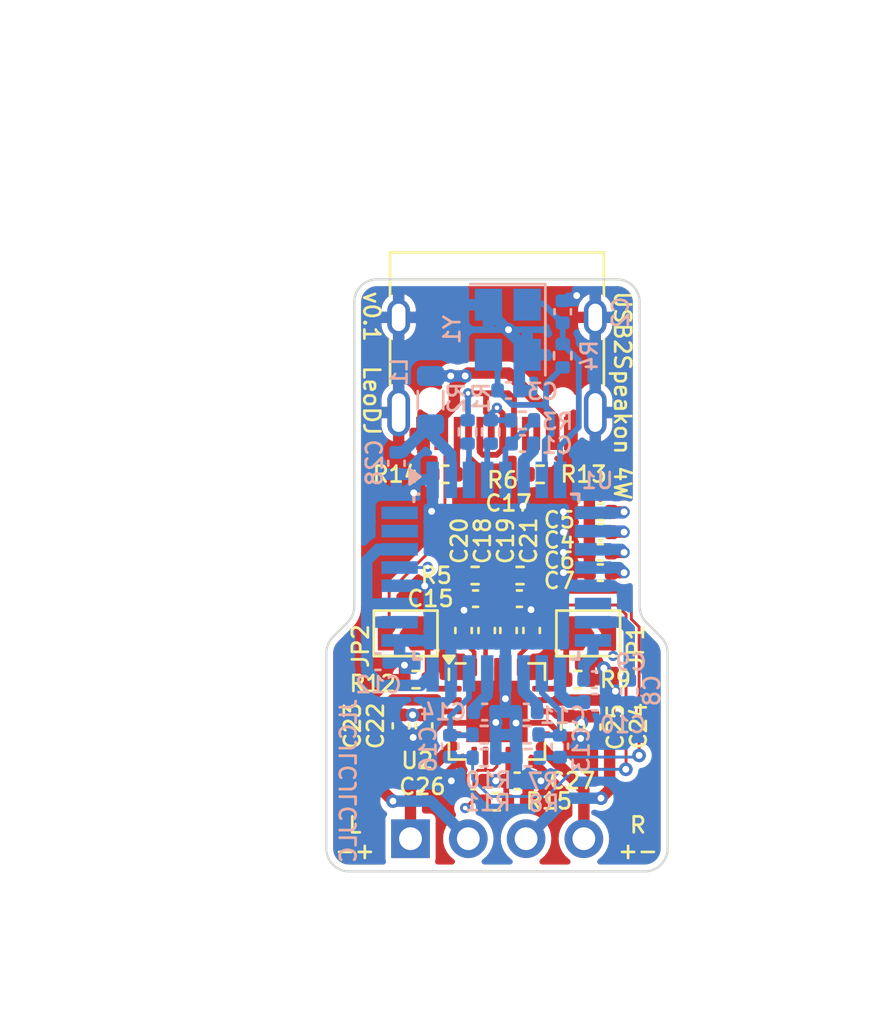
<source format=kicad_pcb>
(kicad_pcb (version 20240108) (generator "pcbnew") (generator_version "8.0")
  (layers (0 "F.Cu" signal) (1 "In1.Cu" signal) (2 "In2.Cu" signal) (31 "B.Cu" signal) (34 "B.Paste" user) (35 "F.Paste" user) (36 "B.SilkS" user "B.Silkscreen") (37 "F.SilkS" user "F.Silkscreen") (38 "B.Mask" user) (39 "F.Mask" user) (44 "Edge.Cuts" user))
  (net 0 "")
  (net 1 "Net-(U1-VDD)")
  (net 2 "GND")
  (net 3 "Net-(U1-XTI)")
  (net 4 "Net-(U1-XTO)")
  (net 5 "Net-(U1-FR)")
  (net 6 "Net-(U1-FL)")
  (net 7 "Net-(U1-VCOM1)")
  (net 8 "Net-(U1-VCOM2)")
  (net 9 "Net-(U1-VCCCA)")
  (net 10 "Net-(U1-VIN)")
  (net 11 "Net-(U1-MBIAS)")
  (net 12 "Net-(U1-VCCL)")
  (net 13 "VCCP")
  (net 14 "Net-(U1-VOUTL)")
  (net 15 "LINE_L")
  (net 16 "Net-(U1-VCCR)")
  (net 17 "Net-(C15-Pad1)")
  (net 18 "LINE_R")
  (net 19 "Net-(U1-VOUTR)")
  (net 20 "Net-(C17-Pad1)")
  (net 21 "Net-(U2-INL+)")
  (net 22 "Net-(U2-INR+)")
  (net 23 "Net-(U2-INL-)")
  (net 24 "Net-(U2-INR-)")
  (net 25 "VBUS")
  (net 27 "Net-(J1-D--PadA7)")
  (net 28 "Net-(J1-CC2)")
  (net 29 "Net-(J1-D+-PadA6)")
  (net 31 "Net-(J1-CC1)")
  (net 32 "Net-(J2-Pin_3)")
  (net 33 "Net-(J2-Pin_1)")
  (net 34 "Net-(J2-Pin_4)")
  (net 35 "Net-(J2-Pin_2)")
  (net 36 "Net-(JP1-A)")
  (net 37 "Net-(JP2-A)")
  (net 38 "Net-(U1-VBUS)")
  (net 39 "Net-(U1-D+)")
  (net 40 "Net-(U1-D-)")
  (net 41 "Net-(U1-~{PLAY})")
  (net 42 "Net-(U1-~{REC})")
  (net 43 "~{SSPND}")
  (footprint "Resistor_SMD:R_0402_1005Metric" (layer "F.Cu") (at 148.3614 103.7336)
    (property "Reference" "R9")
    (property "Value" "33k")
  )
  (footprint "Capacitor_SMD:C_0402_1005Metric" (layer "F.Cu") (at 149.3494 96.3676)
    (property "Reference" "C5")
    (property "Value" "100p")
  )
  (footprint "Capacitor_SMD:C_0402_1005Metric" (layer "F.Cu") (at 145.7934 100.1776)
    (property "Reference" "C17")
    (property "Value" "47n")
  )
  (footprint "Package_DFN_QFN:QFN-20-1EP_4x4mm_P0.5mm_EP2.7x2.7mm" (layer "F.Cu") (at 144.8054 105.1306)
    (property "Reference" "U2")
    (property "Value" "TPA2012D2RTJR")
  )
  (footprint "Capacitor_SMD:C_0402_1005Metric" (layer "F.Cu") (at 140.5838 105.7636 -90)
    (property "Reference" "C22")
    (property "Value" "10u")
  )
  (footprint "Connector_USB:USB_C_Receptacle_HRO_TYPE-C-31-M-12" (layer "F.Cu") (at 144.8054 88.8746 180)
    (property "Reference" "J1" (hide yes))
    (property "Value" "USB_C_Receptacle_USB2.0_16P")
  )
  (footprint "Capacitor_SMD:C_0402_1005Metric" (layer "F.Cu") (at 148.9964 105.8164 -90)
    (property "Reference" "C24")
    (property "Value" "10u")
  )
  (footprint "Capacitor_SMD:C_0402_1005Metric" (layer "F.Cu") (at 143.3374 101.5746 90)
    (property "Reference" "C20")
    (property "Value" "470n")
  )
  (footprint "Capacitor_SMD:C_0402_1005Metric" (layer "F.Cu") (at 144.3534 101.5746 -90)
    (property "Reference" "C18")
    (property "Value" "470n")
  )
  (footprint "Capacitor_SMD:C_0402_1005Metric" (layer "F.Cu") (at 146.3294 101.5746 90)
    (property "Reference" "C21")
    (property "Value" "470n")
  )
  (footprint "Capacitor_SMD:C_0402_1005Metric" (layer "F.Cu") (at 143.8656 100.1776 180)
    (property "Reference" "C15")
    (property "Value" "47n")
  )
  (footprint "Resistor_SMD:R_0402_1005Metric" (layer "F.Cu") (at 144.78 109.093 180)
    (property "Reference" "R15")
    (property "Value" "33k")
  )
  (footprint "Capacitor_SMD:C_0402_1005Metric" (layer "F.Cu") (at 149.3494 97.2566)
    (property "Reference" "C4")
    (property "Value" "100p")
  )
  (footprint "Resistor_SMD:R_0402_1005Metric" (layer "F.Cu") (at 146.7104 94.7166)
    (property "Reference" "R13")
    (property "Value" "5k1")
  )
  (footprint "Resistor_SMD:R_0402_1005Metric" (layer "F.Cu") (at 142.5194 94.7166 180)
    (property "Reference" "R14")
    (property "Value" "5k1")
  )
  (footprint "Capacitor_SMD:C_0402_1005Metric" (layer "F.Cu") (at 147.9804 105.8164 -90)
    (property "Reference" "C25")
    (property "Value" "100n")
  )
  (footprint "Resistor_SMD:R_0402_1005Metric" (layer "F.Cu") (at 145.8214 99.1616 180)
    (property "Reference" "R6")
    (property "Value" "100")
  )
  (footprint "Capacitor_SMD:C_0402_1005Metric" (layer "F.Cu") (at 145.6944 108.1786)
    (property "Reference" "C27")
    (property "Value" "100n")
  )
  (footprint "Capacitor_SMD:C_0402_1005Metric" (layer "F.Cu") (at 143.7894 108.1786 180)
    (property "Reference" "C26")
    (property "Value" "10u")
  )
  (footprint "Jumper:SolderJumper-2_P1.3mm_Open_TrianglePad1.0x1.5mm" (layer "F.Cu") (at 148.8186 101.7016)
    (property "Reference" "JP1")
    (property "Value" "G0")
  )
  (footprint "Capacitor_SMD:C_0402_1005Metric" (layer "F.Cu") (at 145.3134 101.5746 -90)
    (property "Reference" "C19")
    (property "Value" "470n")
  )
  (footprint "Connector_PinHeader_2.54mm:PinHeader_1x04_P2.54mm_Vertical" (layer "F.Cu") (at 141.0054 110.7186 90)
    (property "Reference" "J2" (hide yes))
    (property "Value" "Conn_01x04")
  )
  (footprint "Capacitor_SMD:C_0402_1005Metric" (layer "F.Cu") (at 149.3494 98.1456)
    (property "Reference" "C6")
    (property "Value" "3u3")
  )
  (footprint "Resistor_SMD:R_0402_1005Metric" (layer "F.Cu") (at 143.8454 99.1616)
    (property "Reference" "R5")
    (property "Value" "100")
  )
  (footprint "Capacitor_SMD:C_0402_1005Metric" (layer "F.Cu") (at 141.5998 105.7636 -90)
    (property "Reference" "C23")
    (property "Value" "100n")
  )
  (footprint "Jumper:SolderJumper-2_P1.3mm_Open_TrianglePad1.0x1.5mm" (layer "F.Cu") (at 140.7922 101.7016 180)
    (property "Reference" "JP2")
    (property "Value" "G1")
  )
  (footprint "Resistor_SMD:R_0402_1005Metric" (layer "F.Cu") (at 141.2494 103.7336 180)
    (property "Reference" "R12")
    (property "Value" "33k")
  )
  (footprint "Capacitor_SMD:C_0402_1005Metric" (layer "F.Cu") (at 149.3494 99.0346)
    (property "Reference" "C7")
    (property "Value" "100n")
  )
  (footprint "Resistor_SMD:R_0402_1005Metric" (layer "B.Cu") (at 146.1262 106.1466 180)
    (property "Reference" "R7")
    (property "Value" "33k")
  )
  (footprint "Resistor_SMD:R_0402_1005Metric" (layer "B.Cu") (at 144.2466 106.1466 180)
    (property "Reference" "R10")
    (property "Value" "33k")
  )
  (footprint "Resistor_SMD:R_0402_1005Metric" (layer "B.Cu") (at 143.511982 92.855341 90)
    (property "Reference" "R2")
    (property "Value" "22")
  )
  (footprint "Capacitor_SMD:C_0402_1005Metric" (layer "B.Cu") (at 150.6194 104.2416 90)
    (property "Reference" "C8")
    (property "Value" "1u")
  )
  (footprint "Inductor_SMD:L_0805_2012Metric" (layer "B.Cu") (at 141.8844 91.4611 -90)
    (property "Reference" "L1")
    (property "Value" "1uH / <0.6Ω")
  )
  (footprint "Capacitor_SMD:C_0402_1005Metric" (layer "B.Cu") (at 149.1114 104.7226 180)
    (property "Reference" "C10")
    (property "Value" "3u3")
  )
  (footprint "Resistor_SMD:R_0402_1005Metric" (layer "B.Cu") (at 147.696319 89.5096 90)
    (property "Reference" "R4")
    (property "Value" "1M")
  )
  (footprint "Resistor_SMD:R_0402_1005Metric" (layer "B.Cu") (at 144.2466 107.1626 180)
    (property "Reference" "R11")
    (property "Value" "33k")
  )
  (footprint "Capacitor_SMD:C_0402_1005Metric" (layer "B.Cu") (at 149.0954 103.7336 180)
    (property "Reference" "C9")
    (property "Value" "100n")
  )
  (footprint "Resistor_SMD:R_0402_1005Metric" (layer "B.Cu") (at 146.1744 107.1626 180)
    (property "Reference" "R8")
    (property "Value" "33k")
  )
  (footprint "Package_QFP:TQFP-32_7x7mm_P0.8mm" (layer "B.Cu") (at 144.7774 99.211341 -90)
    (property "Reference" "U1")
    (property "Value" "PCM2912A")
  )
  (footprint "Capacitor_SMD:C_0402_1005Metric" (layer "B.Cu") (at 142.7454 106.6546 90)
    (property "Reference" "C16")
    (property "Value" "10u")
  )
  (footprint "Resistor_SMD:R_0402_1005Metric" (layer "B.Cu") (at 144.527982 92.855341 -90)
    (property "Reference" "R1")
    (property "Value" "22")
  )
  (footprint "Capacitor_SMD:C_0402_1005Metric" (layer "B.Cu") (at 147.696319 87.5792 -90)
    (property "Reference" "C2")
    (property "Value" "8p")
  )
  (footprint "Capacitor_SMD:C_0402_1005Metric" (layer "B.Cu") (at 145.3134 91.0336 180)
    (property "Reference" "C3")
    (property "Value" "8p")
  )
  (footprint "Resistor_SMD:R_0402_1005Metric" (layer "B.Cu") (at 145.924982 92.347341)
    (property "Reference" "R3")
    (property "Value" "1k5")
  )
  (footprint "Capacitor_SMD:C_0402_1005Metric" (layer "B.Cu") (at 144.2668 105.156 180)
    (property "Reference" "C14")
    (property "Value" "1u")
  )
  (footprint "Capacitor_SMD:C_0402_1005Metric" (layer "B.Cu") (at 139.573 102.9462 180)
    (property "Reference" "C12")
    (property "Value" "1u")
  )
  (footprint "Capacitor_SMD:C_0402_1005Metric" (layer "B.Cu") (at 147.5714 106.6546 90)
    (property "Reference" "C13")
    (property "Value" "10u")
  )
  (footprint "Crystal:Crystal_SMD_3225-4Pin_3.2x2.5mm" (layer "B.Cu") (at 145.283319 88.3666 -90)
    (property "Reference" "Y1")
    (property "Value" "6 MHz")
  )
  (footprint "Capacitor_SMD:C_0402_1005Metric" (layer "B.Cu") (at 145.926982 93.363341 180)
    (property "Reference" "C1")
    (property "Value" "1u")
  )
  (footprint "Capacitor_SMD:C_0402_1005Metric" (layer "B.Cu") (at 146.0956 105.156)
    (property "Reference" "C11")
    (property "Value" "1u")
  )
  (footprint "Capacitor_SMD:C_0402_1005Metric" (layer "B.Cu") (at 140.3858 94.234 -90)
    (property "Reference" "C28")
    (property "Value" "1u")
  )
  (gr_line (start 152.012507 101.860708) (end 151.369894 101.218095) (stroke (width 0.1)) (layer "Edge.Cuts"))
  (gr_line (start 138.236738 101.222261) (end 137.598292 101.860707) (stroke (width 0.1)) (layer "Edge.Cuts"))
  (gr_arc (start 138.533795 87.153555) (mid 138.826675 86.446481) (end 139.533749 86.1536) (stroke (width 0.1)) (layer "Edge.Cuts"))
  (gr_arc (start 152.012507 101.860708) (mid 152.229279 102.185129) (end 152.305399 102.56781) (stroke (width 0.1)) (layer "Edge.Cuts"))
  (gr_arc (start 137.305399 102.567745) (mid 137.381521 102.185094) (end 137.598292 101.860707) (stroke (width 0.1)) (layer "Edge.Cuts"))
  (gr_line (start 152.305399 111.153601) (end 152.305399 102.56781) (stroke (width 0.1)) (layer "Edge.Cuts"))
  (gr_arc (start 151.369894 101.218095) (mid 151.153123 100.893674) (end 151.077003 100.510993) (stroke (width 0.1)) (layer "Edge.Cuts"))
  (gr_line (start 138.305399 112.1536) (end 151.305401 112.1536) (stroke (width 0.1)) (layer "Edge.Cuts"))
  (gr_arc (start 138.533795 100.510935) (mid 138.456547 100.896365) (end 138.236738 101.222261) (stroke (width 0.1)) (layer "Edge.Cuts"))
  (gr_arc (start 150.077004 86.1536) (mid 150.78411 86.446493) (end 151.077003 87.153598) (stroke (width 0.1)) (layer "Edge.Cuts"))
  (gr_line (start 151.077003 100.510993) (end 151.077003 87.153598) (stroke (width 0.1)) (layer "Edge.Cuts"))
  (gr_arc (start 138.305399 112.1536) (mid 137.595829 111.858246) (end 137.305399 111.146647) (stroke (width 0.1)) (layer "Edge.Cuts"))
  (gr_line (start 137.305399 111.146647) (end 137.305399 102.567745) (stroke (width 0.1)) (layer "Edge.Cuts"))
  (gr_line (start 150.077004 86.1536) (end 139.533749 86.1536) (stroke (width 0.1)) (layer "Edge.Cuts"))
  (gr_line (start 138.533795 87.153555) (end 138.533795 100.510935) (stroke (width 0.1)) (layer "Edge.Cuts"))
  (gr_arc (start 152.305399 111.153601) (mid 152.012506 111.860707) (end 151.305401 112.1536) (stroke (width 0.1)) (layer "Edge.Cuts"))
  (gr_text "JLCJLCJLCJLC" (at 138.684 104.4956 90) (layer "B.SilkS") (effects (font (size 0.7 0.7) (thickness 0.12) (bold yes)) (justify left bottom mirror)))
  (gr_text "v0.1  LeoDJ" (at 138.8872 86.614 270) (layer "F.SilkS") (effects (font (size 0.7 0.7) (thickness 0.12) (bold yes)) (justify left bottom)))
  (gr_text "L\n-+" (at 138.563518 111.65719 0) (layer "F.SilkS") (effects (font (size 0.7 0.7) (thickness 0.12) (bold yes)) (justify bottom)))
  (gr_text "USB2Speakon 4W" (at 149.9108 86.614 -90) (layer "F.SilkS") (effects (font (size 0.7 0.7) (thickness 0.12) (bold yes)) (justify left bottom)))
  (gr_text "R\n+-" (at 151.003 111.6584 0) (layer "F.SilkS") (effects (font (size 0.7 0.7) (thickness 0.12) (bold yes)) (justify bottom)))
  (segment (start 145.446982 93.363341) (end 145.446982 93.335341) (width 0.254) (layer "B.Cu") (net 1))
  (segment (start 145.1774 94.961341) (end 145.1774 93.632923) (width 0.254) (layer "B.Cu") (net 1))
  (segment (start 145.446982 93.335341) (end 146.434982 92.347341) (width 0.254) (layer "B.Cu") (net 1))
  (segment (start 145.1774 93.632923) (end 145.446982 93.363341) (width 0.254) (layer "B.Cu") (net 1))
  (segment (start 144.8054 103.1806) (end 144.8054 105.1306) (width 0.254) (layer "F.Cu") (net 2))
  (segment (start 148.0554 93.8816) (end 148.0554 92.9196) (width 0.5) (layer "F.Cu") (net 2))
  (segment (start 143.3856 100.1776) (end 143.3856 100.6576) (width 0.5) (layer "F.Cu") (net 2))
  (segment (start 141.1524 106.2436) (end 141.5998 106.2436) (width 0.5) (layer "F.Cu") (net 2))
  (segment (start 146.7554 105.6306) (end 145.6516 105.6306) (width 0.254) (layer "F.Cu") (net 2))
  (segment (start 143.3374 101.0946) (end 143.3374 100.7058) (width 0.5) (layer "F.Cu") (net 2))
  (segment (start 148.8694 97.2566) (end 147.7264 97.2566) (width 0.5) (layer "F.Cu") (net 2))
  (segment (start 147.2204 94.7166) (end 148.0554 93.8816) (width 0.5) (layer "F.Cu") (net 2))
  (segment (start 141.5554 94.2626) (end 141.5554 92.9196) (width 0.5) (layer "F.Cu") (net 2))
  (segment (start 149.5044 103.2256) (end 149.5044 103.6066) (width 0.5) (layer "F.Cu") (net 2))
  (segment (start 145.6436 105.6386) (end 145.6356 105.6306) (width 0.254) (layer "F.Cu") (net 2))
  (segment (start 147.7606 106.2964) (end 147.9804 106.2964) (width 0.254) (layer "F.Cu") (net 2))
  (segment (start 140.5838 106.2436) (end 141.0924 106.2436) (width 0.5) (layer "F.Cu") (net 2))
  (segment (start 148.48322 106.316538) (end 148.503358 106.2964) (width 0.5) (layer "F.Cu") (net 2))
  (segment (start 148.8694 96.3676) (end 147.7264 96.3676) (width 0.5) (layer "F.Cu") (net 2))
  (segment (start 140.7394 103.1006) (end 140.7414 103.0986) (width 0.254) (layer "F.Cu") (net 2))
  (segment (start 147.0948 105.6306) (end 147.7606 106.2964) (width 0.254) (layer "F.Cu") (net 2))
  (segment (start 148.48322 106.316538) (end 148.463082 106.2964) (width 0.5) (layer "F.Cu") (net 2))
  (segment (start 146.2734 100.1776) (end 146.2734 100.6296) (width 0.5) (layer "F.Cu") (net 2))
  (segment (start 148.8694 98.1456) (end 147.7264 98.1456) (width 0.5) (layer "F.Cu") (net 2))
  (segment (start 143.3856 100.6576) (end 143.3576 100.6856) (width 0.5) (layer "F.Cu") (net 2))
  (segment (start 142.0094 94.7166) (end 141.5554 94.2626) (width 0.5) (layer "F.Cu") (net 2))
  (segment (start 145.3054 105.6306) (end 144.8054 105.1306) (width 0.254) (layer "F.Cu") (net 2))
  (segment (start 148.503358 106.2964) (end 148.9964 106.2964) (width 0.5) (layer "F.Cu") (net 2))
  (segment (start 143.3374 100.7058) (end 143.3576 100.6856) (width 0.5) (layer "F.Cu") (net 2))
  (segment (start 148.8694 99.0346) (end 148.8694 96.3676) (width 0.5) (layer "F.Cu") (net 2))
  (segment (start 143.3094 108.1786) (end 142.8014 108.1786) (width 0.5) (layer "F.Cu") (net 2))
  (segment (start 148.463082 106.2964) (end 147.9804 106.2964) (width 0.5) (layer "F.Cu") (net 2))
  (segment (start 145.6356 105.6306) (end 145.3054 105.6306) (width 0.254) (layer "F.Cu") (net 2))
  (segment (start 146.3294 101.0946) (end 146.3294 100.6856) (width 0.5) (layer "F.Cu") (net 2))
  (segment (start 144.3054 105.6306) (end 144.8054 105.1306) (width 0.254) (layer "F.Cu") (net 2))
  (segment (start 148.8694 99.0346) (end 147.7264 99.0346) (width 0.5) (layer "F.Cu") (net 2))
  (segment (start 146.3294 100.6856) (end 146.304 100.6602) (width 0.5) (layer "F.Cu") (net 2))
  (segment (start 141.1224 106.2736) (end 141.1524 106.2436) (width 0.5) (layer "F.Cu") (net 2))
  (segment (start 142.8554 105.6306) (end 142.4004 105.6306) (width 0.254) (layer "F.Cu") (net 2))
  (segment (start 149.3774 103.7336) (end 148.8714 103.7336) (width 0.5) (layer "F.Cu") (net 2))
  (segment (start 149.5044 103.6066) (end 149.3774 103.7336) (width 0.5) (layer "F.Cu") (net 2))
  (segment (start 141.0924 106.2436) (end 141.1224 106.2736) (width 0.5) (layer "F.Cu") (net 2))
  (segment (start 146.2734 100.6296) (end 146.304 100.6602) (width 0.5) (layer "F.Cu") (net 2))
  (segment (start 146.1744 108.1786) (end 146.7384 108.1786) (width 0.5) (layer "F.Cu") (net 2))
  (segment (start 142.8554 105.6306) (end 144.3054 105.6306) (width 0.254) (layer "F.Cu") (net 2))
  (segment (start 142.4004 105.6306) (end 141.7874 106.2436) (width 0.254) (layer "F.Cu") (net 2))
  (segment (start 141.7874 106.2436) (end 141.5998 106.2436) (width 0.254) (layer "F.Cu") (net 2))
  (segment (start 145.6516 105.6306) (end 145.6436 105.6386) (width 0.254) (layer "F.Cu") (net 2))
  (segment (start 146.7554 105.6306) (end 147.0948 105.6306) (width 0.254) (layer "F.Cu") (net 2))
  (segment (start 140.7394 103.7336) (end 140.7394 103.1006) (width 0.254) (layer "F.Cu") (net 2))
  (via (at 148.3106 86.868) (size 0.6) (drill 0.3) (layers "F.Cu" "B.Cu") (net 2))
  (via (at 145.9484 96.1136) (size 0.5) (drill 0.3) (layers "F.Cu" "B.Cu") (net 2))
  (via (at 147.7264 97.2566) (size 0.5) (drill 0.3) (layers "F.Cu" "B.Cu") (net 2))
  (via (at 146.304 100.6602) (size 0.6) (drill 0.3) (layers "F.Cu" "B.Cu") (net 2))
  (via (at 143.3576 100.6856) (size 0.6) (drill 0.3) (layers "F.Cu" "B.Cu") (net 2))
  (via (at 142.8014 108.1786) (size 0.6) (drill 0.3) (layers "F.Cu" "B.Cu") (net 2))
  (via (at 141.1478 95.5294) (size 0.6) (drill 0.3) (layers "F.Cu" "B.Cu") (net 2))
  (via (at 147.7264 99.0346) (size 0.5) (drill 0.3) (layers "F.Cu" "B.Cu") (net 2))
  (via (at 141.9352 96.3422) (size 0.6) (drill 0.3) (layers "F.Cu" "B.Cu") (net 2))
  (via (at 149.5044 103.2256) (size 0.6) (drill 0.3) (layers "F.Cu" "B.Cu") (net 2))
  (via (at 141.6304 99.6188) (size 0.5) (drill 0.3) (layers "F.Cu" "B.Cu") (net 2))
  (via (at 140.7414 103.0986) (size 0.5) (drill 0.3) (layers "F.Cu" "B.Cu") (net 2))
  (via (at 145.1774 104.5718) (size 0.5) (drill 0.3) (layers "F.Cu" "B.Cu") (net 2))
  (via (at 141.1224 106.2736) (size 0.6) (drill 0.3) (layers "F.Cu" "B.Cu") (net 2))
  (via (at 145.3134 88.3666) (size 0.6) (drill 0.3) (layers "F.Cu" "B.Cu") (net 2))
  (via (at 147.7264 98.1456) (size 0.5) (drill 0.3) (layers "F.Cu" "B.Cu") (net 2))
  (via (at 145.6436 105.6386) (size 0.6) (drill 0.3) (layers "F.Cu" "B.Cu") (net 2))
  (via (at 144.7546 105.6132) (size 0.6) (drill 0.3) (layers "F.Cu" "B.Cu") (net 2))
  (via (at 150.0124 104.2416) (size 0.6) (drill 0.3) (layers "F.Cu" "B.Cu") (net 2))
  (via (at 146.7384 108.1786) (size 0.6) (drill 0.3) (layers "F.Cu" "B.Cu") (net 2))
  (via (at 148.48322 106.316538) (size 0.6) (drill 0.3) (layers "F.Cu" "B.Cu") (net 2))
  (via (at 147.7264 96.3676) (size 0.5) (drill 0.3) (layers "F.Cu" "B.Cu") (net 2))
  (segment (start 145.9774 96.0846) (end 145.9484 96.1136) (width 0.5) (layer "B.Cu") (net 2))
  (segment (start 149.0274 99.611341) (end 148.0746 99.611341) (width 0.5) (layer "B.Cu") (net 2))
  (segment (start 140.5274 102.8846) (end 140.7414 103.0986) (width 0.5) (layer "B.Cu") (net 2))
  (segment (start 147.7264 99.263141) (end 147.7264 99.0346) (width 0.5) (layer "B.Cu") (net 2))
  (segment (start 140.5274 102.8046) (end 140.5274 102.011341) (width 0.5) (layer "B.Cu") (net 2))
  (segment (start 149.5914 103.7496) (end 149.5754 103.7336) (width 0.5) (layer "B.Cu") (net 2))
  (segment (start 149.5914 104.7226) (end 149.5914 103.7496) (width 0.5) (layer "B.Cu") (net 2))
  (segment (start 146.133319 89.2444) (end 146.133319 89.4666) (width 0.5) (layer "B.Cu") (net 2))
  (segment (start 144.7468 105.156) (end 145.143 105.156) (width 0.5) (layer "B.Cu") (net 2))
  (segment (start 150.6184 104.7226) (end 150.0124 104.7226) (width 0.5) (layer "B.Cu") (net 2))
  (segment (start 145.255519 88.3666) (end 145.3134 88.3666) (width 0.5) (layer "B.Cu") (net 2))
  (segment (start 144.7566 105.6112) (end 144.7566 105.1658) (width 0.5) (layer "B.Cu") (net 2))
  (segment (start 145.1774 104.5718) (end 145.1774 105.1216) (width 0.5) (layer "B.Cu") (net 2))
  (segment (start 140.053 102.9462) (end 140.3858 102.9462) (width 0.5) (layer "B.Cu") (net 2))
  (segment (start 144.7566 107.1626) (end 144.7566 105.6152) (width 0.5) (layer "B.Cu") (net 2))
  (segment (start 140.5274 102.011341) (end 140.5274 102.8846) (width 0.5) (layer "B.Cu") (net 2))
  (segment (start 145.6644 105.2048) (end 145.6156 105.156) (width 0.5) (layer "B.Cu") (net 2))
  (segment (start 144.433319 87.5444) (end 145.255519 88.3666) (width 0.5) (layer "B.Cu") (net 2))
  (segment (start 145.2118 105.156) (end 145.6156 105.156) (width 0.5) (layer "B.Cu") (net 2))
  (segment (start 149.5914 104.7226) (end 150.6184 104.7226) (width 0.5) (layer "B.Cu") (net 2))
  (segment (start 149.5754 103.7336) (end 149.5754 103.2966) (width 0.5) (layer "B.Cu") (net 2))
  (segment (start 147.927519 86.868) (end 147.696319 87.0992) (width 0.254) (layer "B.Cu") (net 2))
  (segment (start 144.7566 105.6152) (end 144.7546 105.6132) (width 0.5) (layer "B.Cu") (net 2))
  (segment (start 145.143 105.156) (end 145.1774 105.1216) (width 0.5) (layer "B.Cu") (net 2))
  (segment (start 141.622941 99.611341) (end 140.5274 99.611341) (width 0.254) (layer "B.Cu") (net 2))
  (segment (start 140.3858 102.9462) (end 140.5274 102.8046) (width 0.5) (layer "B.Cu") (net 2))
  (segment (start 148.3106 86.868) (end 147.927519 86.868) (width 0.254) (layer "B.Cu") (net 2))
  (segment (start 141.6304 99.6188) (end 141.622941 99.611341) (width 0.254) (layer "B.Cu") (net 2))
  (segment (start 145.7934 91.0336) (end 145.7934 89.806519) (width 0.5) (layer "B.Cu") (net 2))
  (segment (start 145.1774 105.1216) (end 145.2118 105.156) (width 0.5) (layer "B.Cu") (net 2))
  (segment (start 145.6644 107.1626) (end 145.6644 105.2048) (width 0.5) (layer "B.Cu") (net 2))
  (segment (start 144.7546 105.6132) (end 144.7566 105.6112) (width 0.5) (layer "B.Cu") (net 2))
  (segment (start 145.7934 89.806519) (end 146.133319 89.4666) (width 0.5) (layer "B.Cu") (net 2))
  (segment (start 150.6184 104.7226) (end 150.6194 104.7216) (width 0.5) (layer "B.Cu") (net 2))
  (segment (start 144.433319 87.2666) (end 144.433319 87.5444) (width 0.5) (layer "B.Cu") (net 2))
  (segment (start 145.9774 94.102922) (end 145.9774 94.961341) (width 0.5) (layer "B.Cu") (net 2))
  (segment (start 146.406982 93.363341) (end 146.406982 93.67334) (width 0.5) (layer "B.Cu") (net 2))
  (segment (start 150.0124 104.7226) (end 150.0124 104.2416) (width 0.5) (layer "B.Cu") (net 2))
  (segment (start 145.3134 88.424481) (end 146.133319 89.2444) (width 0.5) (layer "B.Cu") (net 2))
  (segment (start 145.9774 94.961341) (end 145.9774 96.0846) (width 0.5) (layer "B.Cu") (net 2))
  (segment (start 146.406982 93.67334) (end 145.9774 94.102922) (width 0.5) (layer "B.Cu") (net 2))
  (segment (start 144.7566 105.1658) (end 144.7468 105.156) (width 0.5) (layer "B.Cu") (net 2))
  (segment (start 148.0746 99.611341) (end 147.7264 99.263141) (width 0.5) (layer "B.Cu") (net 2))
  (segment (start 149.5754 103.2966) (end 149.5044 103.2256) (width 0.5) (layer "B.Cu") (net 2))
  (segment (start 145.1774 103.461341) (end 145.1774 104.5718) (width 0.5) (layer "B.Cu") (net 2))
  (segment (start 145.3134 88.3666) (end 145.3134 88.424481) (width 0.5) (layer "B.Cu") (net 2))
  (segment (start 146.176319 87.2236) (end 146.133319 87.2666) (width 0.254) (layer "B.Cu") (net 3))
  (segment (start 148.4014 89.704681) (end 148.4014 92.6446) (width 0.254) (layer "B.Cu") (net 3))
  (segment (start 147.5774 93.4686) (end 147.5774 94.961341) (width 0.254) (layer "B.Cu") (net 3))
  (segment (start 147.673 88.0592) (end 146.8374 87.2236) (width 0.254) (layer "B.Cu") (net 3))
  (segment (start 148.4014 92.6446) (end 147.5774 93.4686) (width 0.254) (layer "B.Cu") (net 3))
  (segment (start 147.696319 88.9996) (end 148.4014 89.704681) (width 0.254) (layer "B.Cu") (net 3))
  (segment (start 147.696319 88.9996) (end 147.696319 88.0592) (width 0.254) (layer "B.Cu") (net 3))
  (segment (start 146.8374 87.2236) (end 146.176319 87.2236) (width 0.254) (layer "B.Cu") (net 3))
  (segment (start 147.696319 88.0592) (end 147.673 88.0592) (width 0.254) (layer "B.Cu") (net 3))
  (segment (start 144.8334 91.0336) (end 144.8334 89.866681) (width 0.254) (layer "B.Cu") (net 4))
  (segment (start 147.2184 92.0496) (end 146.9644 91.7956) (width 0.254) (layer "B.Cu") (net 4))
  (segment (start 144.8334 89.866681) (end 144.433319 89.4666) (width 0.254) (layer "B.Cu") (net 4))
  (segment (start 146.902882 93.254118) (end 147.2184 92.9386) (width 0.254) (layer "B.Cu") (net 4))
  (segment (start 146.7774 94.961341) (end 146.902882 94.835859) (width 0.254) (layer "B.Cu") (net 4))
  (segment (start 146.9644 90.751519) (end 147.696319 90.0196) (width 0.254) (layer "B.Cu") (net 4))
  (segment (start 146.9644 91.7956) (end 146.9644 91.4146) (width 0.254) (layer "B.Cu") (net 4))
  (segment (start 146.8374 91.6686) (end 146.9644 91.5416) (width 0.254) (layer "B.Cu") (net 4))
  (segment (start 147.2184 92.9386) (end 147.2184 92.0496) (width 0.254) (layer "B.Cu") (net 4))
  (segment (start 144.8334 91.0336) (end 145.4684 91.6686) (width 0.254) (layer "B.Cu") (net 4))
  (segment (start 146.902882 94.835859) (end 146.902882 93.254118) (width 0.254) (layer "B.Cu") (net 4))
  (segment (start 146.9644 91.4146) (end 146.9644 90.751519) (width 0.254) (layer "B.Cu") (net 4))
  (segment (start 145.4684 91.6686) (end 146.8374 91.6686) (width 0.254) (layer "B.Cu") (net 4))
  (segment (start 149.8294 97.2566) (end 150.3934 97.2566) (width 0.5) (layer "F.Cu") (net 5))
  (via (at 150.3934 97.2566) (size 0.5) (drill 0.3) (layers "F.Cu" "B.Cu") (net 5))
  (segment (start 150.348141 97.211341) (end 150.3934 97.2566) (width 0.5) (layer "B.Cu") (net 5))
  (segment (start 149.0274 97.211341) (end 150.348141 97.211341) (width 0.5) (layer "B.Cu") (net 5))
  (segment (start 149.8294 96.3676) (end 150.3934 96.3676) (width 0.5) (layer "F.Cu") (net 6))
  (via (at 150.3934 96.3676) (size 0.5) (drill 0.3) (layers "F.Cu" "B.Cu") (net 6))
  (segment (start 149.0274 96.411341) (end 150.349659 96.411341) (width 0.5) (layer "B.Cu") (net 6))
  (segment (start 150.349659 96.411341) (end 150.3934 96.3676) (width 0.5) (layer "B.Cu") (net 6))
  (segment (start 149.8294 98.1456) (end 150.3934 98.1456) (width 0.5) (layer "F.Cu") (net 7))
  (via (at 150.3934 98.1456) (size 0.5) (drill 0.3) (layers "F.Cu" "B.Cu") (net 7))
  (segment (start 149.0274 98.011341) (end 150.259141 98.011341) (width 0.5) (layer "B.Cu") (net 7))
  (segment (start 150.259141 98.011341) (end 150.3934 98.1456) (width 0.5) (layer "B.Cu") (net 7))
  (segment (start 149.8294 99.0346) (end 150.3934 99.0346) (width 0.5) (layer "F.Cu") (net 8))
  (via (at 150.3934 99.0346) (size 0.5) (drill 0.3) (layers "F.Cu" "B.Cu") (net 8))
  (segment (start 150.170141 98.811341) (end 150.3934 99.0346) (width 0.5) (layer "B.Cu") (net 8))
  (segment (start 149.0274 98.811341) (end 150.170141 98.811341) (width 0.5) (layer "B.Cu") (net 8))
  (segment (start 150.6194 103.7616) (end 150.6194 101.503341) (width 0.5) (layer "B.Cu") (net 9))
  (segment (start 150.6194 101.503341) (end 150.3274 101.211341) (width 0.5) (layer "B.Cu") (net 9))
  (segment (start 150.3274 101.211341) (end 149.0274 101.211341) (width 0.5) (layer "B.Cu") (net 9))
  (segment (start 149.0274 102.011341) (end 149.0274 102.6866) (width 0.5) (layer "B.Cu") (net 10))
  (segment (start 148.6154 103.0986) (end 148.6154 103.7336) (width 0.5) (layer "B.Cu") (net 10))
  (segment (start 149.0274 102.6866) (end 148.6154 103.0986) (width 0.5) (layer "B.Cu") (net 10))
  (segment (start 147.5774 104.3466) (end 147.5774 103.461341) (width 0.5) (layer "B.Cu") (net 11))
  (segment (start 148.6314 104.7226) (end 147.9534 104.7226) (width 0.5) (layer "B.Cu") (net 11))
  (segment (start 147.9534 104.7226) (end 147.5774 104.3466) (width 0.5) (layer "B.Cu") (net 11))
  (segment (start 145.9774 104.247801) (end 146.5756 104.846001) (width 0.5) (layer "B.Cu") (net 12))
  (segment (start 146.5756 104.846001) (end 146.5756 105.156) (width 0.5) (layer "B.Cu") (net 12))
  (segment (start 145.9774 103.461341) (end 145.9774 104.247801) (width 0.5) (layer "B.Cu") (net 12))
  (segment (start 140.5274 98.011341) (end 139.5746 98.011341) (width 0.5) (layer "B.Cu") (net 13))
  (segment (start 141.451141 103.9876) (end 141.9774 103.461341) (width 0.5) (layer "B.Cu") (net 13))
  (segment (start 139.227659 101.211341) (end 140.5274 101.211341) (width 0.5) (layer "B.Cu") (net 13))
  (segment (start 139.083796 100.554945) (end 139.083796 102.936996) (width 0.5) (layer "B.Cu") (net 13))
  (segment (start 140.5274 100.411341) (end 139.2274 100.411341) (width 0.5) (layer "B.Cu") (net 13))
  (segment (start 139.083796 98.502145) (end 139.083796 100.554945) (width 0.5) (layer "B.Cu") (net 13))
  (segment (start 139.093 103.357799) (end 139.722801 103.9876) (width 0.5) (layer "B.Cu") (net 13))
  (segment (start 139.5746 98.011341) (end 139.083796 98.502145) (width 0.5) (layer "B.Cu") (net 13))
  (segment (start 139.722801 103.9876) (end 141.451141 103.9876) (width 0.5) (layer "B.Cu") (net 13))
  (segment (start 139.093 102.9462) (end 139.093 103.357799) (width 0.5) (layer "B.Cu") (net 13))
  (segment (start 139.083796 102.936996) (end 139.093 102.9462) (width 0.5) (layer "B.Cu") (net 13))
  (segment (start 139.2274 100.411341) (end 139.083796 100.554945) (width 0.5) (layer "B.Cu") (net 13))
  (segment (start 146.7774 103.461341) (end 146.7774 104.3086) (width 0.254) (layer "B.Cu") (net 14))
  (segment (start 147.5714 106.1746) (end 146.6642 106.1746) (width 0.254) (layer "B.Cu") (net 14))
  (segment (start 147.5714 105.1026) (end 147.5714 106.1746) (width 0.254) (layer "B.Cu") (net 14))
  (segment (start 146.6642 106.1746) (end 146.6362 106.1466) (width 0.254) (layer "B.Cu") (net 14))
  (segment (start 146.7774 104.3086) (end 147.5714 105.1026) (width 0.254) (layer "B.Cu") (net 14))
  (segment (start 147.928855 99.8982) (end 146.531855 98.5012) (width 0.127) (layer "F.Cu") (net 15))
  (segment (start 150.713504 101.07577) (end 150.713504 100.243704) (width 0.127) (layer "F.Cu") (net 15))
  (segment (start 150.713504 100.243704) (end 150.368 99.8982) (width 0.127) (layer "F.Cu") (net 15))
  (segment (start 143.9958 98.5012) (end 143.3354 99.1616) (width 0.127) (layer "F.Cu") (net 15))
  (segment (start 151.0538 101.416066) (end 150.713504 101.07577) (width 0.127) (layer "F.Cu") (net 15))
  (segment (start 150.368 99.8982) (end 147.928855 99.8982) (width 0.127) (layer "F.Cu") (net 15))
  (segment (start 151.0538 107.061) (end 151.0538 101.416066) (width 0.127) (layer "F.Cu") (net 15))
  (segment (start 146.531855 98.5012) (end 143.9958 98.5012) (width 0.127) (layer "F.Cu") (net 15))
  (via (at 151.0538 107.061) (size 0.6) (drill 0.3) (layers "F.Cu" "B.Cu") (net 15))
  (segment (start 146.6844 107.1626) (end 147.5434 107.1626) (width 0.254) (layer "B.Cu") (net 15))
  (segment (start 151.0538 107.061) (end 150.9802 107.1346) (width 0.127) (layer "B.Cu") (net 15))
  (segment (start 150.9802 107.1346) (end 147.5714 107.1346) (width 0.127) (layer "B.Cu") (net 15))
  (segment (start 147.5434 107.1626) (end 147.5714 107.1346) (width 0.254) (layer "B.Cu") (net 15))
  (segment (start 143.7868 105.004741) (end 143.7868 105.156) (width 0.5) (layer "B.Cu") (net 16))
  (segment (start 144.3774 104.414141) (end 143.7868 105.004741) (width 0.5) (layer "B.Cu") (net 16))
  (segment (start 144.3774 103.461341) (end 144.3774 104.414141) (width 0.5) (layer "B.Cu") (net 16))
  (segment (start 144.3534 101.0946) (end 144.3534 99.1636) (width 0.254) (layer "F.Cu") (net 17))
  (segment (start 144.3534 99.1636) (end 144.3554 99.1616) (width 0.254) (layer "F.Cu") (net 17))
  (segment (start 146.3314 99.189) (end 146.3314 99.1616) (width 0.127) (layer "F.Cu") (net 18))
  (segment (start 150.4799 100.8737) (end 150.0632 100.457) (width 0.127) (layer "F.Cu") (net 18))
  (segment (start 150.4696 107.6706) (end 150.4799 107.6603) (width 0.127) (layer "F.Cu") (net 18))
  (segment (start 150.0632 100.457) (end 147.5994 100.457) (width 0.127) (layer "F.Cu") (net 18))
  (segment (start 150.4799 107.6603) (end 150.4799 100.8737) (width 0.127) (layer "F.Cu") (net 18))
  (segment (start 147.5994 100.457) (end 146.3314 99.189) (width 0.127) (layer "F.Cu") (net 18))
  (via (at 150.4696 107.6706) (size 0.6) (drill 0.3) (layers "F.Cu" "B.Cu") (net 18))
  (segment (start 144.5006 108.8644) (end 143.7366 108.1004) (width 0.127) (layer "B.Cu") (net 18))
  (segment (start 142.7454 107.1346) (end 143.7086 107.1346) (width 0.254) (layer "B.Cu") (net 18))
  (segment (start 143.7086 107.1346) (end 143.7366 107.1626) (width 0.254) (layer "B.Cu") (net 18))
  (segment (start 148.1963 107.6706) (end 147.0025 108.8644) (width 0.127) (layer "B.Cu") (net 18))
  (segment (start 143.7366 108.1004) (end 143.7366 107.1626) (width 0.127) (layer "B.Cu") (net 18))
  (segment (start 150.4696 107.6706) (end 148.1963 107.6706) (width 0.127) (layer "B.Cu") (net 18))
  (segment (start 147.0025 108.8644) (end 144.5006 108.8644) (width 0.127) (layer "B.Cu") (net 18))
  (segment (start 143.5774 104.515341) (end 142.7454 105.347341) (width 0.254) (layer "B.Cu") (net 19))
  (segment (start 142.7454 105.347341) (end 142.7454 106.1746) (width 0.254) (layer "B.Cu") (net 19))
  (segment (start 143.7086 106.1746) (end 143.7366 106.1466) (width 0.254) (layer "B.Cu") (net 19))
  (segment (start 142.7454 106.1746) (end 143.7086 106.1746) (width 0.254) (layer "B.Cu") (net 19))
  (segment (start 143.5774 103.461341) (end 143.5774 104.515341) (width 0.254) (layer "B.Cu") (net 19))
  (segment (start 145.3134 99.1636) (end 145.3114 99.1616) (width 0.254) (layer "F.Cu") (net 20))
  (segment (start 145.3134 101.0946) (end 145.3134 99.1636) (width 0.254) (layer "F.Cu") (net 20))
  (segment (start 143.8054 102.5226) (end 143.3374 102.0546) (width 0.2) (layer "F.Cu") (net 21))
  (segment (start 143.8054 103.1806) (end 143.8054 102.5226) (width 0.2) (layer "F.Cu") (net 21))
  (segment (start 145.8054 102.6346) (end 146.3854 102.0546) (width 0.2) (layer "F.Cu") (net 22))
  (segment (start 145.8054 103.1806) (end 145.8054 102.6346) (width 0.2) (layer "F.Cu") (net 22))
  (segment (start 144.3054 103.1806) (end 144.3054 102.1026) (width 0.2) (layer "F.Cu") (net 23))
  (segment (start 144.3054 102.1026) (end 144.3534 102.0546) (width 0.2) (layer "F.Cu") (net 23))
  (segment (start 145.3054 103.1806) (end 145.3054 102.1186) (width 0.2) (layer "F.Cu") (net 24))
  (segment (start 145.2494 102.1186) (end 145.3134 102.0546) (width 0.2) (layer "F.Cu") (net 24))
  (segment (start 145.3054 108.0876) (end 145.2144 108.1786) (width 0.254) (layer "F.Cu") (net 25))
  (segment (start 145.2144 108.1786) (end 145.2144 109.0174) (width 0.254) (layer "F.Cu") (net 25))
  (segment (start 149.9108 102.6922) (end 149.9108 102.0688) (width 0.127) (layer "F.Cu") (net 25))
  (segment (start 149.9108 102.0688) (end 149.5436 101.7016) (width 0.127) (layer "F.Cu") (net 25))
  (segment (start 146.7554 105.1306) (end 147.2184 105.1306) (width 0.254) (layer "F.Cu") (net 25))
  (segment (start 148.4884 105.5878) (end 148.5138 105.6132) (width 0.5) (layer "F.Cu") (net 25))
  (segment (start 140.0672 99.880365) (end 142.5194 97.428165) (width 0.127) (layer "F.Cu") (net 25))
  (segment (start 142.7734 90.3986) (end 143.4084 90.3986) (width 0.5) (layer "F.Cu") (net 25))
  (segment (start 141.0964 105.2836) (end 141.097 105.283) (width 0.5) (layer "F.Cu") (net 25))
  (segment (start 147.2184 105.1306) (end 147.4242 105.3364) (width 0.254) (layer "F.Cu") (net 25))
  (segment (start 145.320017 90.2716) (end 143.5354 90.2716) (width 0.5) (layer "F.Cu") (net 25))
  (segment (start 142.3554 92.2136) (end 142.3554 92.9196) (width 0.5) (layer "F.Cu") (net 25))
  (segment (start 142.9314 90.8756) (end 142.9314 91.6376) (width 0.5) (layer "F.Cu") (net 25))
  (segment (start 148.4884 105.3364) (end 148.4884 105.5878) (width 0.5) (layer "F.Cu") (net 25))
  (segment (start 147.4242 105.3364) (end 147.9804 105.3364) (width 0.254) (layer "F.Cu") (net 25))
  (segment (start 147.9804 105.3364) (end 148.4884 105.3364) (width 0.5) (layer "F.Cu") (net 25))
  (segment (start 142.5194 93.0836) (end 142.3554 92.9196) (width 0.127) (layer "F.Cu") (net 25))
  (segment (start 141.097 105.283) (end 141.0976 105.2836) (width 0.5) (layer "F.Cu") (net 25))
  (segment (start 142.3924 105.1306) (end 142.2394 105.2836) (width 0.254) (layer "F.Cu") (net 25))
  (segment (start 143.5354 90.2716) (end 142.9314 90.8756) (width 0.5) (layer "F.Cu") (net 25))
  (segment (start 145.2144 109.0174) (end 145.29 109.093) (width 0.254) (layer "F.Cu") (net 25))
  (segment (start 141.0976 105.2836) (end 141.5998 105.2836) (width 0.5) (layer "F.Cu") (net 25))
  (segment (start 142.9314 91.6376) (end 142.3554 92.2136) (width 0.5) (layer "F.Cu") (net 25))
  (segment (start 147.2554 92.9196) (end 147.2554 92.206983) (width 0.5) (layer "F.Cu") (net 25))
  (segment (start 144.2694 108.1786) (end 144.7546 108.1786) (width 0.5) (layer "F.Cu") (net 25))
  (segment (start 140.5838 105.2836) (end 141.0964 105.2836) (width 0.5) (layer "F.Cu") (net 25))
  (segment (start 145.3054 107.0806) (end 145.3054 108.0876) (width 0.254) (layer "F.Cu") (net 25))
  (segment (start 140.0672 101.7016) (end 140.0672 99.880365) (width 0.127) (layer "F.Cu") (net 25))
  (segment (start 145.3334 108.0596) (end 145.2144 108.1786) (width 0.254) (layer "F.Cu") (net 25))
  (segment (start 147.2554 92.206983) (end 145.320017 90.2716) (width 0.5) (layer "F.Cu") (net 25))
  (segment (start 142.5194 97.428165) (end 142.5194 93.0836) (width 0.127) (layer "F.Cu") (net 25))
  (segment (start 142.8554 105.1306) (end 142.3924 105.1306) (width 0.254) (layer "F.Cu") (net 25))
  (segment (start 144.7546 108.1786) (end 145.2144 108.1786) (width 0.5) (layer "F.Cu") (net 25))
  (segment (start 148.4884 105.3364) (end 148.9964 105.3364) (width 0.5) (layer "F.Cu") (net 25))
  (segment (start 143.4084 90.3986) (end 143.5354 90.2716) (width 0.5) (layer "F.Cu") (net 25))
  (segment (start 142.2394 105.2836) (end 141.5998 105.2836) (width 0.254) (layer "F.Cu") (net 25))
  (via (at 143.4084 90.3986) (size 0.6) (drill 0.3) (layers "F.Cu" "B.Cu") (net 25))
  (via (at 149.9108 102.6922) (size 0.45) (drill 0.2) (layers "F.Cu" "B.Cu") (net 25))
  (via (at 142.7734 90.3986) (size 0.6) (drill 0.3) (layers "F.Cu" "B.Cu") (net 25))
  (via (at 148.5138 105.6132) (size 0.6) (drill 0.3) (layers "F.Cu" "B.Cu") (net 25))
  (via (at 144.7546 108.1786) (size 0.6) (drill 0.3) (layers "F.Cu" "B.Cu") (net 25))
  (via (at 141.097 105.283) (size 0.6) (drill 0.3) (layers "F.Cu" "B.Cu") (net 25))
  (segment (start 142.7734 90.3986) (end 143.4084 90.3986) (width 0.5) (layer "B.Cu") (net 25))
  (segment (start 141.8844 90.3986) (end 142.7734 90.3986) (width 0.5) (layer "B.Cu") (net 25))
  (segment (start 143.5354 91.1606) (end 144.633163 91.1606) (width 0.254) (layer "F.Cu") (net 27))
  (segment (start 144.5554 92.225837) (end 144.3244 91.994837) (width 0.254) (layer "F.Cu") (net 27))
  (segment (start 144.3244 91.2606) (end 144.4244 91.1606) (width 0.254) (layer "F.Cu") (net 27))
  (segment (start 145.5554 91.4026) (end 145.5554 92.9196) (width 0.254) (layer "F.Cu") (net 27))
  (segment (start 144.5554 92.9196) (end 144.5784 92.8966) (width 0.254) (layer "F.Cu") (net 27))
  (segment (start 144.3244 91.994837) (end 144.3244 91.2606) (width 0.254) (layer "F.Cu") (net 27))
  (segment (start 144.4244 91.1606) (end 145.3134 91.1606) (width 0.254) (layer "F.Cu") (net 27))
  (segment (start 145.3134 91.1606) (end 145.5554 91.4026) (width 0.254) (layer "F.Cu") (net 27))
  (segment (start 144.5554 92.9196) (end 144.5554 92.225837) (width 0.254) (layer "F.Cu") (net 27))
  (via (at 143.5354 91.1606) (size 0.45) (drill 0.2) (layers "F.Cu" "B.Cu") (net 27))
  (segment (start 143.5354 92.321923) (end 143.511982 92.345341) (width 0.254) (layer "B.Cu") (net 27))
  (segment (start 143.5354 91.1606) (end 143.5354 92.321923) (width 0.254) (layer "B.Cu") (net 27))
  (segment (start 143.0554 92.9196) (end 143.0554 94.6906) (width 0.254) (layer "F.Cu") (net 28))
  (segment (start 143.0554 94.6906) (end 143.0294 94.7166) (width 0.254) (layer "F.Cu") (net 28))
  (segment (start 144.1895 93.8605) (end 144.8054 93.8605) (width 0.254) (layer "F.Cu") (net 29))
  (segment (start 144.0554 92.9196) (end 144.0554 93.7264) (width 0.254) (layer "F.Cu") (net 29))
  (segment (start 144.8054 91.7956) (end 145.0554 92.0456) (width 0.254) (layer "F.Cu") (net 29))
  (segment (start 144.8054 93.8605) (end 145.0554 93.6105) (width 0.254) (layer "F.Cu") (net 29))
  (segment (start 145.0554 92.0456) (end 145.0554 92.9196) (width 0.254) (layer "F.Cu") (net 29))
  (segment (start 145.0554 93.6105) (end 145.0554 92.9196) (width 0.254) (layer "F.Cu") (net 29))
  (segment (start 144.0554 93.7264) (end 144.1895 93.8605) (width 0.254) (layer "F.Cu") (net 29))
  (via (at 144.8054 91.7956) (size 0.45) (drill 0.2) (layers "F.Cu" "B.Cu") (net 29))
  (segment (start 145.412982 92.345341) (end 145.414982 92.347341) (width 0.254) (layer "B.Cu") (net 29))
  (segment (start 144.527982 92.345341) (end 145.0594 92.345341) (width 0.254) (layer "B.Cu") (net 29))
  (segment (start 145.0594 92.345341) (end 145.412982 92.345341) (width 0.254) (layer "B.Cu") (net 29))
  (segment (start 144.527982 92.073018) (end 144.527982 92.345341) (width 0.254) (layer "B.Cu") (net 29))
  (segment (start 144.8054 91.7956) (end 144.527982 92.073018) (width 0.254) (layer "B.Cu") (net 29))
  (segment (start 146.0554 92.9196) (end 146.0554 94.5716) (width 0.254) (layer "F.Cu") (net 31))
  (segment (start 146.0554 94.5716) (end 146.2004 94.7166) (width 0.254) (layer "F.Cu") (net 31))
  (segment (start 149.7584 105.0036) (end 149.7584 108.5596) (width 0.5) (layer "F.Cu") (net 32))
  (segment (start 149.7584 108.5596) (end 149.3774 108.9406) (width 0.5) (layer "F.Cu") (net 32))
  (segment (start 149.3854 104.6306) (end 149.7584 105.0036) (width 0.5) (layer "F.Cu") (net 32))
  (segment (start 147.4724 104.6306) (end 149.3854 104.6306) (width 0.5) (layer "F.Cu") (net 32))
  (segment (start 147.4724 104.6306) (end 146.7554 104.6306) (width 0.254) (layer "F.Cu") (net 32))
  (via (at 149.3774 108.9406) (size 0.6) (drill 0.3) (layers "F.Cu" "B.Cu") (net 32))
  (segment (start 146.0854 110.7186) (end 147.8634 108.9406) (width 0.5) (layer "B.Cu") (net 32))
  (segment (start 147.8634 108.9406) (end 149.3774 108.9406) (width 0.5) (layer "B.Cu") (net 32))
  (segment (start 142.8554 106.6546) (end 141.0054 108.5046) (width 0.5) (layer "F.Cu") (net 33))
  (segment (start 141.0054 108.5046) (end 141.0054 110.7186) (width 0.5) (layer "F.Cu") (net 33))
  (segment (start 142.8554 106.6546) (end 142.8554 106.1306) (width 0.254) (layer "F.Cu") (net 33))
  (segment (start 148.6254 108.5696) (end 148.6254 110.7186) (width 0.5) (layer "F.Cu") (net 34))
  (segment (start 146.7554 106.6996) (end 146.7554 106.1306) (width 0.254) (layer "F.Cu") (net 34))
  (segment (start 146.7554 106.6996) (end 148.6254 108.5696) (width 0.5) (layer "F.Cu") (net 34))
  (segment (start 142.1384 104.6306) (end 142.1304 104.6226) (width 0.5) (layer "F.Cu") (net 35))
  (segment (start 142.1304 104.6226) (end 140.2334 104.6226) (width 0.5) (layer "F.Cu") (net 35))
  (segment (start 139.7254 108.5596) (end 140.2334 109.0676) (width 0.5) (layer "F.Cu") (net 35))
  (segment (start 139.7254 105.1306) (end 139.7254 108.5596) (width 0.5) (layer "F.Cu") (net 35))
  (segment (start 140.2334 104.6226) (end 139.7254 105.1306) (width 0.5) (layer "F.Cu") (net 35))
  (segment (start 142.1384 104.6306) (end 142.8554 104.6306) (width 0.254) (layer "F.Cu") (net 35))
  (via (at 140.2334 109.0676) (size 0.6) (drill 0.3) (layers "F.Cu" "B.Cu") (net 35))
  (segment (start 140.2334 109.0676) (end 141.8944 109.0676) (width 0.5) (layer "B.Cu") (net 35))
  (segment (start 141.8944 109.0676) (end 143.5454 110.7186) (width 0.5) (layer "B.Cu") (net 35))
  (segment (start 147.8514 103.7336) (end 147.8514 101.9438) (width 0.254) (layer "F.Cu") (net 36))
  (segment (start 147.4544 104.1306) (end 147.8514 103.7336) (width 0.254) (layer "F.Cu") (net 36))
  (segment (start 146.7554 104.1306) (end 147.4544 104.1306) (width 0.254) (layer "F.Cu") (net 36))
  (segment (start 147.8514 101.9438) (end 148.0936 101.7016) (width 0.254) (layer "F.Cu") (net 36))
  (segment (start 141.7594 103.7336) (end 141.7594 101.9438) (width 0.254) (layer "F.Cu") (net 37))
  (segment (start 141.7594 101.9438) (end 141.5172 101.7016) (width 0.254) (layer "F.Cu") (net 37))
  (segment (start 142.1564 104.1306) (end 141.7594 103.7336) (width 0.254) (layer "F.Cu") (net 37))
  (segment (start 142.8554 104.1306) (end 142.1564 104.1306) (width 0.254) (layer "F.Cu") (net 37))
  (segment (start 141.8844 92.9386) (end 141.8844 92.5236) (width 0.5) (layer "B.Cu") (net 38))
  (segment (start 142.7774 94.961341) (end 142.7774 93.8316) (width 0.5) (layer "B.Cu") (net 38))
  (segment (start 142.7774 93.8316) (end 141.8844 92.9386) (width 0.5) (layer "B.Cu") (net 38))
  (segment (start 140.3858 93.754) (end 140.654 93.754) (width 0.5) (layer "B.Cu") (net 38))
  (segment (start 140.654 93.754) (end 141.8844 92.5236) (width 0.5) (layer "B.Cu") (net 38))
  (segment (start 144.3774 94.961341) (end 144.3774 93.515923) (width 0.254) (layer "B.Cu") (net 39))
  (segment (start 144.3774 93.515923) (end 144.527982 93.365341) (width 0.254) (layer "B.Cu") (net 39))
  (segment (start 143.5774 94.961341) (end 143.5774 93.430759) (width 0.254) (layer "B.Cu") (net 40))
  (segment (start 143.5774 93.430759) (end 143.511982 93.365341) (width 0.254) (layer "B.Cu") (net 40))
  (segment (start 143.7894 107.8992) (end 143.7894 108.6104) (width 0.127) (layer "F.Cu") (net 43))
  (segment (start 144.8054 107.5436) (end 144.6328 107.7162) (width 0.127) (layer "F.Cu") (net 43))
  (segment (start 143.7894 108.6104) (end 144.27 109.091) (width 0.127) (layer "F.Cu") (net 43))
  (segment (start 144.6328 107.7162) (end 144.2974 107.7162) (width 0.127) (layer "F.Cu") (net 43))
  (segment (start 144.2974 107.7162) (end 143.9724 107.7162) (width 0.127) (layer "F.Cu") (net 43))
  (segment (start 143.4084 109.3724) (end 143.6878 109.093) (width 0.127) (layer "F.Cu") (net 43))
  (segment (start 144.27 109.091) (end 144.27 109.093) (width 0.127) (layer "F.Cu") (net 43))
  (segment (start 143.9724 107.7162) (end 143.7894 107.8992) (width 0.127) (layer "F.Cu") (net 43))
  (segment (start 144.3054 107.7082) (end 144.2974 107.7162) (width 0.127) (layer "F.Cu") (net 43))
  (segment (start 144.8054 107.0806) (end 144.8054 107.5436) (width 0.127) (layer "F.Cu") (net 43))
  (segment (start 143.6878 109.093) (end 144.27 109.093) (width 0.127) (layer "F.Cu") (net 43))
  (segment (start 144.3054 107.0806) (end 144.3054 107.7082) (width 0.127) (layer "F.Cu") (net 43))
  (via (at 143.4084 109.3724) (size 0.45) (drill 0.2) (layers "F.Cu" "B.Cu") (net 43))
  (via (at 141.7574 98.7806) (size 0.45) (drill 0.2) (layers "F.Cu" "B.Cu") (net 43))
  (segment (start 141.726659 98.811341) (end 141.7574 98.7806) (width 0.127) (layer "B.Cu") (net 43))
  (segment (start 140.5274 98.811341) (end 141.726659 98.811341) (width 0.127) (layer "B.Cu") (net 43))
  (zone (net 2) (net_name "GND") (layers "F.Cu" "In1.Cu" "In2.Cu" "B.Cu") (priority 10) (connect_pads (clearance 0.254)) (min_thickness 0.254) (fill yes (thermal_gap 0.254) (thermal_bridge_width 0.5))
    (polygon (pts (xy 122.9614 73.8886) (xy 161.9504 73.8886) (xy 161.9504 118.8466) (xy 122.9614 118.8466)))
  )
)
</source>
